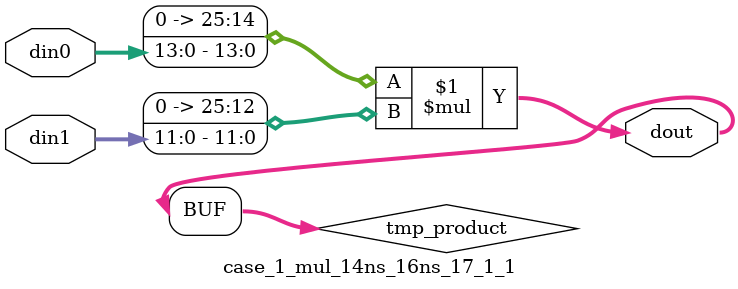
<source format=v>

`timescale 1 ns / 1 ps

 (* use_dsp = "no" *)  module case_1_mul_14ns_16ns_17_1_1(din0, din1, dout);
parameter ID = 1;
parameter NUM_STAGE = 0;
parameter din0_WIDTH = 14;
parameter din1_WIDTH = 12;
parameter dout_WIDTH = 26;

input [din0_WIDTH - 1 : 0] din0; 
input [din1_WIDTH - 1 : 0] din1; 
output [dout_WIDTH - 1 : 0] dout;

wire signed [dout_WIDTH - 1 : 0] tmp_product;
























assign tmp_product = $signed({1'b0, din0}) * $signed({1'b0, din1});











assign dout = tmp_product;





















endmodule

</source>
